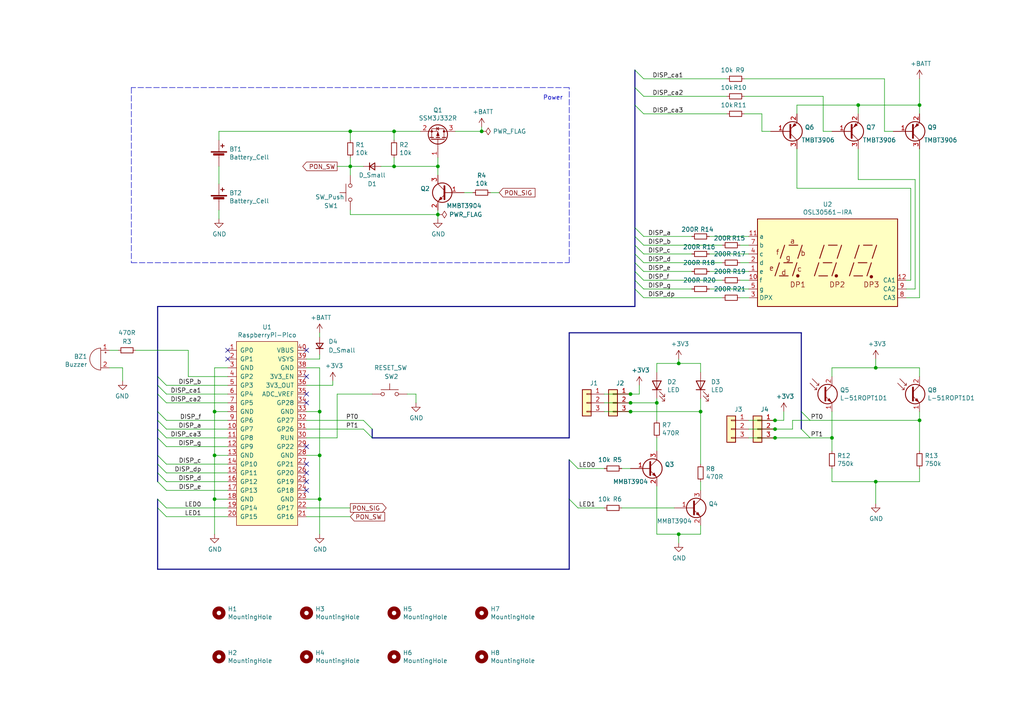
<source format=kicad_sch>
(kicad_sch (version 20231120) (generator "eeschema") (generator_version "8.0")
  (paper "A4")
  (lib_symbols
    (symbol "Device:D_Small" (pin_numbers hide) (pin_names (offset 0.254) hide)
      (property "Reference" "D" (at -1.27 2.032 0))
      (property "Value" "D_Small" (at -3.81 -2.032 0))
      (symbol "D_Small_0_1"
        (polyline (pts (xy -0.762 -1.016) (xy -0.762 1.016)) (stroke (width 0.254)))
        (polyline (pts (xy -0.762 0) (xy 0.762 0)))
        (polyline (pts (xy 0.762 -1.016) (xy -0.762 0) (xy 0.762 1.016) (xy 0.762 -1.016)) (stroke (width 0.254)))
      )
      (symbol "D_Small_1_1"
        (pin passive line (at -2.54 0 0) (length 1.778) (name "K") (number "1"))
        (pin passive line (at 2.54 0 180) (length 1.778) (name "A") (number "2"))
      )
    )
    (symbol "Device:R_Small" (pin_numbers hide) (pin_names (offset 0.254) hide)
      (property "Reference" "R" (at 0.762 0.508 0))
      (property "Value" "R_Small" (at 0.762 -1.016 0))
      (symbol "R_Small_0_1"
        (rectangle (start -0.762 1.778) (end 0.762 -1.778) (stroke (width 0.2032)))
      )
      (symbol "R_Small_1_1"
        (pin passive line (at 0 2.54 270) (length 0.762) (name "~") (number "1"))
        (pin passive line (at 0 -2.54 90) (length 0.762) (name "~") (number "2"))
      )
    )
    (symbol "speedometer-rescue:+3V3-power" (power) (pin_names (offset 0))
      (property "Value" "+3V3-power" (at 0 3.556 0))
      (symbol "+3V3-power_0_1"
        (polyline (pts (xy -0.762 1.27) (xy 0 2.54)))
        (polyline (pts (xy 0 0) (xy 0 2.54)))
        (polyline (pts (xy 0 2.54) (xy 0.762 1.27)))
      )
      (symbol "+3V3-power_1_1"
        (pin power_in line (at 0 0 90) (length 0) hide (name "+3V3") (number "1"))
      )
    )
    (symbol "speedometer-rescue:+BATT-power" (power) (pin_names (offset 0))
      (property "Value" "+BATT-power" (at 0 3.556 0))
      (symbol "+BATT-power_0_1"
        (polyline (pts (xy -0.762 1.27) (xy 0 2.54)))
        (polyline (pts (xy 0 0) (xy 0 2.54)))
        (polyline (pts (xy 0 2.54) (xy 0.762 1.27)))
      )
      (symbol "+BATT-power_1_1"
        (pin power_in line (at 0 0 90) (length 0) hide (name "+BATT") (number "1"))
      )
    )
    (symbol "speedometer-rescue:Battery_Cell-Device" (pin_numbers hide) (pin_names (offset 0) hide)
      (property "Reference" "BT" (at 2.54 2.54 0))
      (property "Value" "Battery_Cell-Device" (at 2.54 0 0))
      (symbol "Battery_Cell-Device_0_1"
        (rectangle (start -2.286 1.778) (end 2.286 1.524) (fill (type outline)))
        (rectangle (start -1.5748 1.1938) (end 1.4732 0.6858) (fill (type outline)))
        (polyline (pts (xy 0 0.762) (xy 0 0)))
        (polyline (pts (xy 0 1.778) (xy 0 2.54)))
        (polyline (pts (xy 0.508 3.429) (xy 1.524 3.429)) (stroke (width 0.254)))
        (polyline (pts (xy 1.016 3.937) (xy 1.016 2.921)) (stroke (width 0.254)))
      )
      (symbol "Battery_Cell-Device_1_1"
        (pin passive line (at 0 5.08 270) (length 2.54) (name "+") (number "1"))
        (pin passive line (at 0 -2.54 90) (length 2.54) (name "-") (number "2"))
      )
    )
    (symbol "speedometer-rescue:Buzzer-Device" (pin_names (offset 0.0254) hide)
      (property "Reference" "BZ" (at 3.81 1.27 0))
      (property "Value" "Buzzer-Device" (at 3.81 -1.27 0))
      (symbol "Buzzer-Device_0_1"
        (arc (start 0 -3.175) (mid 3.175 0) (end 0 3.175))
        (polyline (pts (xy -1.651 1.905) (xy -1.143 1.905)))
        (polyline (pts (xy -1.397 2.159) (xy -1.397 1.651)))
        (polyline (pts (xy 0 3.175) (xy 0 -3.175)))
      )
      (symbol "Buzzer-Device_1_1"
        (pin passive line (at -2.54 2.54 0) (length 2.54) (name "-") (number "1"))
        (pin passive line (at -2.54 -2.54 0) (length 2.54) (name "+") (number "2"))
      )
    )
    (symbol "speedometer-rescue:Conn_01x03-Connector_Generic" (pin_names (offset 1.016) hide)
      (property "Reference" "J" (at 0 5.08 0))
      (property "Value" "Conn_01x03-Connector_Generic" (at 0 -5.08 0))
      (symbol "Conn_01x03-Connector_Generic_1_1"
        (rectangle (start -1.27 -2.413) (end 0 -2.667) (stroke (width 0.1524)))
        (rectangle (start -1.27 0.127) (end 0 -0.127) (stroke (width 0.1524)))
        (rectangle (start -1.27 2.667) (end 0 2.413) (stroke (width 0.1524)))
        (rectangle (start -1.27 3.81) (end 1.27 -3.81) (stroke (width 0.254)) (fill (type background)))
        (pin passive line (at -5.08 2.54 0) (length 3.81) (name "Pin_1") (number "1"))
        (pin passive line (at -5.08 0 0) (length 3.81) (name "Pin_2") (number "2"))
        (pin passive line (at -5.08 -2.54 0) (length 3.81) (name "Pin_3") (number "3"))
      )
    )
    (symbol "speedometer-rescue:D_Small-Device" (pin_numbers hide) (pin_names (offset 0.254) hide)
      (property "Reference" "D" (at -1.27 2.032 0))
      (property "Value" "D_Small-Device" (at -3.81 -2.032 0))
      (symbol "D_Small-Device_0_1"
        (polyline (pts (xy -0.762 -1.016) (xy -0.762 1.016)) (stroke (width 0.254)))
        (polyline (pts (xy -0.762 0) (xy 0.762 0)))
        (polyline (pts (xy 0.762 -1.016) (xy -0.762 0) (xy 0.762 1.016) (xy 0.762 -1.016)) (stroke (width 0.254)))
      )
      (symbol "D_Small-Device_1_1"
        (pin passive line (at -2.54 0 0) (length 1.778) (name "K") (number "1"))
        (pin passive line (at 2.54 0 180) (length 1.778) (name "A") (number "2"))
      )
    )
    (symbol "speedometer-rescue:GND-power" (power) (pin_names (offset 0))
      (property "Value" "GND-power" (at 0 -3.81 0))
      (symbol "GND-power_0_1"
        (polyline (pts (xy 0 0) (xy 0 -1.27) (xy 1.27 -1.27) (xy 0 -2.54) (xy -1.27 -1.27) (xy 0 -1.27)))
      )
      (symbol "GND-power_1_1"
        (pin power_in line (at 0 0 270) (length 0) hide (name "GND") (number "1"))
      )
    )
    (symbol "speedometer-rescue:LED-Device" (pin_numbers hide) (pin_names (offset 1.016) hide)
      (property "Reference" "D" (at 0 2.54 0))
      (property "Value" "LED-Device" (at 0 -2.54 0))
      (symbol "LED-Device_0_1"
        (polyline (pts (xy -1.27 -1.27) (xy -1.27 1.27)) (stroke (width 0.254)))
        (polyline (pts (xy -1.27 0) (xy 1.27 0)))
        (polyline (pts (xy 1.27 -1.27) (xy 1.27 1.27) (xy -1.27 0) (xy 1.27 -1.27)) (stroke (width 0.254)))
        (polyline (pts (xy -3.048 -0.762) (xy -4.572 -2.286) (xy -3.81 -2.286) (xy -4.572 -2.286) (xy -4.572 -1.524)))
        (polyline (pts (xy -1.778 -0.762) (xy -3.302 -2.286) (xy -2.54 -2.286) (xy -3.302 -2.286) (xy -3.302 -1.524)))
      )
      (symbol "LED-Device_1_1"
        (pin passive line (at -3.81 0 0) (length 2.54) (name "K") (number "1"))
        (pin passive line (at 3.81 0 180) (length 2.54) (name "A") (number "2"))
      )
    )
    (symbol "speedometer-rescue:MountingHole-Mechanical" (pin_names (offset 1.016))
      (property "Reference" "H" (at 0 5.08 0))
      (property "Value" "MountingHole-Mechanical" (at 0 3.175 0))
      (symbol "MountingHole-Mechanical_0_1"
        (circle (center 0 0) (radius 1.27) (stroke (width 1.27)))
      )
    )
    (symbol "speedometer-rescue:PWR_FLAG-power" (power) (pin_numbers hide) (pin_names (offset 0) hide)
      (property "Value" "PWR_FLAG-power" (at 0 3.81 0))
      (symbol "PWR_FLAG-power_0_0"
        (pin power_out line (at 0 0 90) (length 0) (name "pwr") (number "1"))
      )
      (symbol "PWR_FLAG-power_0_1"
        (polyline (pts (xy 0 0) (xy 0 1.27) (xy -1.016 1.905) (xy 0 2.54) (xy 1.016 1.905) (xy 0 1.27)))
      )
    )
    (symbol "speedometer-rescue:Q_NPN_BEC-Device" (pin_names (offset 0) hide)
      (property "Reference" "Q" (at 5.08 1.27 0))
      (property "Value" "Q_NPN_BEC-Device" (at 5.08 -1.27 0))
      (symbol "Q_NPN_BEC-Device_0_1"
        (polyline (pts (xy 0.635 0.635) (xy 2.54 2.54)))
        (polyline (pts (xy 0.635 -0.635) (xy 2.54 -2.54) (xy 2.54 -2.54)))
        (polyline (pts (xy 0.635 1.905) (xy 0.635 -1.905) (xy 0.635 -1.905)) (stroke (width 0.508)))
        (polyline (pts (xy 1.27 -1.778) (xy 1.778 -1.27) (xy 2.286 -2.286) (xy 1.27 -1.778) (xy 1.27 -1.778)) (fill (type outline)))
        (circle (center 1.27 0) (radius 2.8194) (stroke (width 0.254)))
      )
      (symbol "Q_NPN_BEC-Device_1_1"
        (pin input line (at -5.08 0 0) (length 5.715) (name "B") (number "1"))
        (pin passive line (at 2.54 -5.08 90) (length 2.54) (name "E") (number "2"))
        (pin passive line (at 2.54 5.08 270) (length 2.54) (name "C") (number "3"))
      )
    )
    (symbol "speedometer-rescue:Q_PMOS_GSD-Device" (pin_names (offset 0) hide)
      (property "Reference" "Q" (at 5.08 1.27 0))
      (property "Value" "Q_PMOS_GSD-Device" (at 5.08 -1.27 0))
      (symbol "Q_PMOS_GSD-Device_0_1"
        (polyline (pts (xy 0.254 0) (xy -2.54 0)))
        (polyline (pts (xy 0.254 1.905) (xy 0.254 -1.905)) (stroke (width 0.254)))
        (polyline (pts (xy 0.762 -1.27) (xy 0.762 -2.286)) (stroke (width 0.254)))
        (polyline (pts (xy 0.762 0.508) (xy 0.762 -0.508)) (stroke (width 0.254)))
        (polyline (pts (xy 0.762 2.286) (xy 0.762 1.27)) (stroke (width 0.254)))
        (polyline (pts (xy 2.54 2.54) (xy 2.54 1.778)))
        (polyline (pts (xy 2.54 -2.54) (xy 2.54 0) (xy 0.762 0)))
        (polyline (pts (xy 0.762 1.778) (xy 3.302 1.778) (xy 3.302 -1.778) (xy 0.762 -1.778)))
        (polyline (pts (xy 2.286 0) (xy 1.27 0.381) (xy 1.27 -0.381) (xy 2.286 0)) (fill (type outline)))
        (polyline (pts (xy 2.794 -0.508) (xy 2.921 -0.381) (xy 3.683 -0.381) (xy 3.81 -0.254)))
        (polyline (pts (xy 3.302 -0.381) (xy 2.921 0.254) (xy 3.683 0.254) (xy 3.302 -0.381)))
        (circle (center 1.651 0) (radius 2.794) (stroke (width 0.254)))
        (circle (center 2.54 -1.778) (radius 0.254) (fill (type outline)))
        (circle (center 2.54 1.778) (radius 0.254) (fill (type outline)))
      )
      (symbol "Q_PMOS_GSD-Device_1_1"
        (pin input line (at -5.08 0 0) (length 2.54) (name "G") (number "1"))
        (pin passive line (at 2.54 -5.08 90) (length 2.54) (name "S") (number "2"))
        (pin passive line (at 2.54 5.08 270) (length 2.54) (name "D") (number "3"))
      )
    )
    (symbol "speedometer-rescue:Q_PNP_BEC-Device" (pin_names (offset 0) hide)
      (property "Reference" "Q" (at 5.08 1.27 0))
      (property "Value" "Q_PNP_BEC-Device" (at 5.08 -1.27 0))
      (symbol "Q_PNP_BEC-Device_0_1"
        (polyline (pts (xy 0.635 0.635) (xy 2.54 2.54)))
        (polyline (pts (xy 0.635 -0.635) (xy 2.54 -2.54) (xy 2.54 -2.54)))
        (polyline (pts (xy 0.635 1.905) (xy 0.635 -1.905) (xy 0.635 -1.905)) (stroke (width 0.508)))
        (polyline (pts (xy 2.286 -1.778) (xy 1.778 -2.286) (xy 1.27 -1.27) (xy 2.286 -1.778) (xy 2.286 -1.778)) (fill (type outline)))
        (circle (center 1.27 0) (radius 2.8194) (stroke (width 0.254)))
      )
      (symbol "Q_PNP_BEC-Device_1_1"
        (pin input line (at -5.08 0 0) (length 5.715) (name "B") (number "1"))
        (pin passive line (at 2.54 -5.08 90) (length 2.54) (name "E") (number "2"))
        (pin passive line (at 2.54 5.08 270) (length 2.54) (name "C") (number "3"))
      )
    )
    (symbol "speedometer-rescue:Q_Photo_NPN_EC-Device" (pin_names (offset 0) hide)
      (property "Reference" "Q" (at 5.08 1.27 0))
      (property "Value" "Q_Photo_NPN_EC-Device" (at 5.08 -1.27 0))
      (symbol "Q_Photo_NPN_EC-Device_0_1"
        (polyline (pts (xy -1.905 1.27) (xy -2.54 1.27)))
        (polyline (pts (xy -1.27 2.54) (xy -1.905 2.54)))
        (polyline (pts (xy 0.635 0.635) (xy 2.54 2.54)))
        (polyline (pts (xy -3.81 3.175) (xy -1.905 1.27) (xy -1.905 1.905)))
        (polyline (pts (xy -3.175 4.445) (xy -1.27 2.54) (xy -1.27 3.175)))
        (polyline (pts (xy 0.635 -0.635) (xy 2.54 -2.54) (xy 2.54 -2.54)))
        (polyline (pts (xy 0.635 1.905) (xy 0.635 -1.905) (xy 0.635 -1.905)) (stroke (width 0.508)))
        (polyline (pts (xy 1.27 -1.778) (xy 1.778 -1.27) (xy 2.286 -2.286) (xy 1.27 -1.778) (xy 1.27 -1.778)) (fill (type outline)))
        (circle (center 1.27 0) (radius 2.8194) (stroke (width 0.254)))
      )
      (symbol "Q_Photo_NPN_EC-Device_1_1"
        (pin passive line (at 2.54 -5.08 90) (length 2.54) (name "E") (number "1"))
        (pin passive line (at 2.54 5.08 270) (length 2.54) (name "C") (number "2"))
      )
    )
    (symbol "speedometer-rescue:R_Small-Device" (pin_numbers hide) (pin_names (offset 0.254) hide)
      (property "Reference" "R" (at 0.762 0.508 0))
      (property "Value" "R_Small-Device" (at 0.762 -1.016 0))
      (symbol "R_Small-Device_0_1"
        (rectangle (start -0.762 1.778) (end 0.762 -1.778) (stroke (width 0.2032)))
      )
      (symbol "R_Small-Device_1_1"
        (pin passive line (at 0 2.54 270) (length 0.762) (name "~") (number "1"))
        (pin passive line (at 0 -2.54 90) (length 0.762) (name "~") (number "2"))
      )
    )
    (symbol "speedometer-rescue:SW_Push-Switch" (pin_numbers hide) (pin_names (offset 1.016) hide)
      (property "Reference" "SW" (at 1.27 2.54 0))
      (property "Value" "SW_Push-Switch" (at 0 -1.524 0))
      (symbol "SW_Push-Switch_0_1"
        (circle (center -2.032 0) (radius 0.508))
        (polyline (pts (xy 0 1.27) (xy 0 3.048)))
        (polyline (pts (xy 2.54 1.27) (xy -2.54 1.27)))
        (circle (center 2.032 0) (radius 0.508))
        (pin passive line (at -5.08 0 0) (length 2.54) (name "1") (number "1"))
        (pin passive line (at 5.08 0 180) (length 2.54) (name "2") (number "2"))
      )
    )
    (symbol "symbol:OSL30561-IRA"
      (property "Reference" "U" (at -24.13 13.97 0))
      (property "Value" "OSL30561-IRA" (at 8.89 13.97 0))
      (symbol "OSL30561-IRA_0_0"
        (rectangle (start -25.4 12.7) (end 15.24 -12.7) (stroke (width 0.254)) (fill (type background)))
        (polyline (pts (xy -20.32 -3.81) (xy -19.05 0)) (stroke (width 0.254)))
        (polyline (pts (xy -19.05 -3.81) (xy -16.51 -3.81)) (stroke (width 0.254)))
        (polyline (pts (xy -18.796 1.27) (xy -17.526 5.08)) (stroke (width 0.254)))
        (polyline (pts (xy -17.78 0) (xy -15.24 0)) (stroke (width 0.254)))
        (polyline (pts (xy -16.256 5.08) (xy -13.716 5.08)) (stroke (width 0.254)))
        (polyline (pts (xy -15.24 -3.81) (xy -13.97 0)) (stroke (width 0.254)))
        (polyline (pts (xy -13.716 1.27) (xy -12.446 5.08)) (stroke (width 0.254)))
        (polyline (pts (xy -8.89 -3.81) (xy -7.62 0)) (stroke (width 0.254)))
        (polyline (pts (xy -7.62 -3.81) (xy -5.08 -3.81)) (stroke (width 0.254)))
        (polyline (pts (xy -7.366 1.27) (xy -6.096 5.08)) (stroke (width 0.254)))
        (polyline (pts (xy -6.35 0) (xy -3.81 0)) (stroke (width 0.254)))
        (polyline (pts (xy -4.826 5.08) (xy -2.286 5.08)) (stroke (width 0.254)))
        (polyline (pts (xy -3.81 -3.81) (xy -2.54 0)) (stroke (width 0.254)))
        (polyline (pts (xy -2.286 1.27) (xy -1.016 5.08)) (stroke (width 0.254)))
        (polyline (pts (xy 1.27 -3.81) (xy 2.54 0)) (stroke (width 0.254)))
        (polyline (pts (xy 2.54 -3.81) (xy 5.08 -3.81)) (stroke (width 0.254)))
        (polyline (pts (xy 2.794 1.27) (xy 4.064 5.08)) (stroke (width 0.254)))
        (polyline (pts (xy 3.81 0) (xy 6.35 0)) (stroke (width 0.254)))
        (polyline (pts (xy 5.334 5.08) (xy 7.874 5.08)) (stroke (width 0.254)))
        (polyline (pts (xy 6.35 -3.81) (xy 7.62 0)) (stroke (width 0.254)))
        (polyline (pts (xy 7.874 1.27) (xy 9.144 5.08)) (stroke (width 0.254)))
        (text "a" (at -15.24 6.35 0) (effects (font (size 1.524 1.524))))
        (text "b" (at -12.192 2.794 0) (effects (font (size 1.524 1.524))))
        (text "c" (at -13.208 -1.778 0) (effects (font (size 1.524 1.524))))
        (text "d" (at -17.78 -2.794 0) (effects (font (size 1.524 1.524))))
        (text "DP1" (at -13.716 -6.35 0) (effects (font (size 1.524 1.524))))
        (text "DP2" (at -2.286 -6.35 0) (effects (font (size 1.524 1.524))))
        (text "DP3" (at 7.62 -6.35 0) (effects (font (size 1.524 1.524))))
        (text "e" (at -21.336 -1.524 0) (effects (font (size 1.524 1.524))))
        (text "f" (at -19.558 3.048 0) (effects (font (size 1.524 1.524))))
        (text "g" (at -16.51 1.524 0) (effects (font (size 1.524 1.524))))
      )
      (symbol "OSL30561-IRA_0_1"
        (circle (center -13.716 -3.81) (radius 0.3556) (stroke (width 0.254)) (fill (type outline)))
        (circle (center -2.54 -3.81) (radius 0.3556) (stroke (width 0.254)) (fill (type outline)))
      )
      (symbol "OSL30561-IRA_1_0"
        (circle (center 7.62 -4.064) (radius 0.3556) (stroke (width 0.254)) (fill (type outline)))
      )
      (symbol "OSL30561-IRA_1_1"
        (pin input line (at -27.94 -2.54 0) (length 2.54) (name "e") (number "1"))
        (pin input line (at -27.94 -5.08 0) (length 2.54) (name "f") (number "10"))
        (pin input line (at -27.94 7.62 0) (length 2.54) (name "a") (number "11"))
        (pin input line (at 17.78 -5.08 180) (length 2.54) (name "CA1") (number "12"))
        (pin input line (at -27.94 0 0) (length 2.54) (name "d") (number "2"))
        (pin input line (at -27.94 -10.16 0) (length 2.54) (name "DPX") (number "3"))
        (pin input line (at -27.94 2.54 0) (length 2.54) (name "c") (number "4"))
        (pin input line (at -27.94 -7.62 0) (length 2.54) (name "g") (number "5"))
        (pin input line (at -27.94 5.08 0) (length 2.54) (name "b") (number "7"))
        (pin input line (at 17.78 -10.16 180) (length 2.54) (name "CA3") (number "8"))
        (pin input line (at 17.78 -7.62 180) (length 2.54) (name "CA2") (number "9"))
      )
    )
    (symbol "symbol:RaspberryPi-Pico" (pin_names (offset 1.016))
      (property "Reference" "U" (at 0 -30.48 0))
      (property "Value" "RaspberryPi-Pico" (at 0 -27.94 0))
      (symbol "RaspberryPi-Pico_0_1"
        (rectangle (start -8.89 26.67) (end 8.89 -26.67) (fill (type background)))
      )
      (symbol "RaspberryPi-Pico_1_1"
        (pin passive line (at -11.43 24.13 0) (length 2.54) (name "GP0") (number "1"))
        (pin passive line (at -11.43 1.27 0) (length 2.54) (name "GP7") (number "10"))
        (pin passive line (at -11.43 -1.27 0) (length 2.54) (name "GP8") (number "11"))
        (pin passive line (at -11.43 -3.81 0) (length 2.54) (name "GP9") (number "12"))
        (pin power_in line (at -11.43 -6.35 0) (length 2.54) (name "GND") (number "13"))
        (pin passive line (at -11.43 -8.89 0) (length 2.54) (name "GP10") (number "14"))
        (pin passive line (at -11.43 -11.43 0) (length 2.54) (name "GP11") (number "15"))
        (pin passive line (at -11.43 -13.97 0) (length 2.54) (name "GP12") (number "16"))
        (pin passive line (at -11.43 -16.51 0) (length 2.54) (name "GP13") (number "17"))
        (pin power_in line (at -11.43 -19.05 0) (length 2.54) (name "GND") (number "18"))
        (pin passive line (at -11.43 -21.59 0) (length 2.54) (name "GP14") (number "19"))
        (pin passive line (at -11.43 21.59 0) (length 2.54) (name "GP1") (number "2"))
        (pin passive line (at -11.43 -24.13 0) (length 2.54) (name "GP15") (number "20"))
        (pin passive line (at 11.43 -24.13 180) (length 2.54) (name "GP16") (number "21"))
        (pin passive line (at 11.43 -21.59 180) (length 2.54) (name "GP17") (number "22"))
        (pin power_in line (at 11.43 -19.05 180) (length 2.54) (name "GND") (number "23"))
        (pin passive line (at 11.43 -16.51 180) (length 2.54) (name "GP18") (number "24"))
        (pin passive line (at 11.43 -13.97 180) (length 2.54) (name "GP19") (number "25"))
        (pin passive line (at 11.43 -11.43 180) (length 2.54) (name "GP20") (number "26"))
        (pin passive line (at 11.43 -8.89 180) (length 2.54) (name "GP21") (number "27"))
        (pin passive line (at 11.43 -6.35 180) (length 2.54) (name "GND") (number "28"))
        (pin passive line (at 11.43 -3.81 180) (length 2.54) (name "GP22") (number "29"))
        (pin power_in line (at -11.43 19.05 0) (length 2.54) (name "GND") (number "3"))
        (pin passive line (at 11.43 -1.27 180) (length 2.54) (name "RUN") (number "30"))
        (pin passive line (at 11.43 1.27 180) (length 2.54) (name "GP26") (number "31"))
        (pin passive line (at 11.43 3.81 180) (length 2.54) (name "GP27") (number "32"))
        (pin power_in line (at 11.43 6.35 180) (length 2.54) (name "GND") (number "33"))
        (pin passive line (at 11.43 8.89 180) (length 2.54) (name "GP28") (number "34"))
        (pin passive line (at 11.43 11.43 180) (length 2.54) (name "ADC_VREF") (number "35"))
        (pin power_out line (at 11.43 13.97 180) (length 2.54) (name "3V3_OUT") (number "36"))
        (pin passive line (at 11.43 16.51 180) (length 2.54) (name "3V3_EN") (number "37"))
        (pin power_in line (at 11.43 19.05 180) (length 2.54) (name "GND") (number "38"))
        (pin passive line (at 11.43 21.59 180) (length 2.54) (name "VSYS") (number "39"))
        (pin passive line (at -11.43 16.51 0) (length 2.54) (name "GP2") (number "4"))
        (pin passive line (at 11.43 24.13 180) (length 2.54) (name "VBUS") (number "40"))
        (pin passive line (at -11.43 13.97 0) (length 2.54) (name "GP3") (number "5"))
        (pin passive line (at -11.43 11.43 0) (length 2.54) (name "GP4") (number "6"))
        (pin passive line (at -11.43 8.89 0) (length 2.54) (name "GP5") (number "7"))
        (pin power_in line (at -11.43 6.35 0) (length 2.54) (name "GND") (number "8"))
        (pin passive line (at -11.43 3.81 0) (length 2.54) (name "GP6") (number "9"))
      )
    )
  )
  (junction (at 62.23 132.08))
  (junction (at 182.88 116.84))
  (junction (at 92.71 132.08))
  (junction (at 266.7 30.48))
  (junction (at 62.23 119.38))
  (junction (at 254 106.68))
  (junction (at 182.88 114.3))
  (junction (at 127 62.23))
  (junction (at 224.79 121.92))
  (junction (at 101.6 38.1))
  (junction (at 190.5 116.84))
  (junction (at 224.79 127))
  (junction (at 248.92 30.48))
  (junction (at 196.85 154.94))
  (junction (at 203.2 119.38))
  (junction (at 254 139.7))
  (junction (at 224.79 124.46))
  (junction (at 114.3 38.1))
  (junction (at 92.71 144.78))
  (junction (at 62.23 144.78))
  (junction (at 114.3 48.26))
  (junction (at 241.3 127))
  (junction (at 182.88 119.38))
  (junction (at 92.71 119.38))
  (junction (at 127 48.26))
  (junction (at 139.7 38.1))
  (junction (at 266.7 121.92))
  (junction (at 101.6 48.26))
  (junction (at 196.85 105.41))
  (no_connect (at 88.9 139.7))
  (no_connect (at 88.9 109.22))
  (no_connect (at 66.04 101.6))
  (no_connect (at 88.9 101.6))
  (no_connect (at 66.04 104.14))
  (no_connect (at 88.9 137.16))
  (no_connect (at 88.9 134.62))
  (no_connect (at 88.9 114.3))
  (no_connect (at 88.9 116.84))
  (no_connect (at 88.9 142.24))
  (no_connect (at 88.9 129.54))
  (bus_entry (at 165.1 133.35) (size 2.54 2.54))
  (bus_entry (at 184.15 30.48) (size 2.54 2.54))
  (bus_entry (at 184.15 20.32) (size 2.54 2.54))
  (bus_entry (at 45.72 109.22) (size 2.54 2.54))
  (bus_entry (at 184.15 78.74) (size 2.54 2.54))
  (bus_entry (at 184.15 25.4) (size 2.54 2.54))
  (bus_entry (at 105.41 124.46) (size 2.54 2.54))
  (bus_entry (at 232.41 119.38) (size 2.54 2.54))
  (bus_entry (at 45.72 147.32) (size 2.54 2.54))
  (bus_entry (at 232.41 124.46) (size 2.54 2.54))
  (bus_entry (at 45.72 132.08) (size 2.54 2.54))
  (bus_entry (at 184.15 81.28) (size 2.54 2.54))
  (bus_entry (at 45.72 114.3) (size 2.54 2.54))
  (bus_entry (at 45.72 119.38) (size 2.54 2.54))
  (bus_entry (at 45.72 127) (size 2.54 2.54))
  (bus_entry (at 184.15 83.82) (size 2.54 2.54))
  (bus_entry (at 184.15 73.66) (size 2.54 2.54))
  (bus_entry (at 45.72 111.76) (size 2.54 2.54))
  (bus_entry (at 184.15 66.04) (size 2.54 2.54))
  (bus_entry (at 105.41 121.92) (size 2.54 2.54))
  (bus_entry (at 184.15 71.12) (size 2.54 2.54))
  (bus_entry (at 45.72 144.78) (size 2.54 2.54))
  (bus_entry (at 184.15 76.2) (size 2.54 2.54))
  (bus_entry (at 184.15 68.58) (size 2.54 2.54))
  (bus_entry (at 45.72 139.7) (size 2.54 2.54))
  (bus_entry (at 45.72 134.62) (size 2.54 2.54))
  (bus_entry (at 45.72 121.92) (size 2.54 2.54))
  (bus_entry (at 45.72 137.16) (size 2.54 2.54))
  (bus_entry (at 165.1 144.78) (size 2.54 2.54))
  (bus_entry (at 45.72 124.46) (size 2.54 2.54))
  (wire (pts (xy 205.74 78.74) (xy 217.17 78.74)))
  (wire (pts (xy 266.7 30.48) (xy 266.7 33.02)))
  (wire (pts (xy 92.71 119.38) (xy 92.71 132.08)))
  (wire (pts (xy 97.79 127) (xy 97.79 114.3)))
  (wire (pts (xy 48.26 129.54) (xy 66.04 129.54)))
  (wire (pts (xy 101.6 147.32) (xy 88.9 147.32)))
  (wire (pts (xy 114.3 40.64) (xy 114.3 38.1)))
  (wire (pts (xy 139.7 36.83) (xy 139.7 38.1)))
  (wire (pts (xy 62.23 119.38) (xy 66.04 119.38)))
  (wire (pts (xy 101.6 62.23) (xy 127 62.23)))
  (wire (pts (xy 48.26 137.16) (xy 66.04 137.16)))
  (bus (pts (xy 45.72 147.32) (xy 45.72 165.1)))
  (wire (pts (xy 186.69 83.82) (xy 200.66 83.82)))
  (wire (pts (xy 110.49 48.26) (xy 114.3 48.26)))
  (wire (pts (xy 62.23 106.68) (xy 62.23 119.38)))
  (wire (pts (xy 227.33 119.38) (xy 227.33 121.92)))
  (wire (pts (xy 215.9 22.86) (xy 256.54 22.86)))
  (wire (pts (xy 229.87 121.92) (xy 234.95 121.92)))
  (wire (pts (xy 186.69 71.12) (xy 209.55 71.12)))
  (wire (pts (xy 48.26 134.62) (xy 66.04 134.62)))
  (wire (pts (xy 186.69 81.28) (xy 209.55 81.28)))
  (wire (pts (xy 231.14 30.48) (xy 231.14 33.02)))
  (wire (pts (xy 182.88 119.38) (xy 203.2 119.38)))
  (wire (pts (xy 215.9 27.94) (xy 238.76 27.94)))
  (bus (pts (xy 184.15 68.58) (xy 184.15 71.12)))
  (wire (pts (xy 214.63 81.28) (xy 217.17 81.28)))
  (wire (pts (xy 190.5 105.41) (xy 196.85 105.41)))
  (wire (pts (xy 92.71 96.52) (xy 92.71 97.79)))
  (wire (pts (xy 62.23 119.38) (xy 62.23 132.08)))
  (wire (pts (xy 205.74 73.66) (xy 217.17 73.66)))
  (wire (pts (xy 35.56 106.68) (xy 31.75 106.68)))
  (bus (pts (xy 45.72 109.22) (xy 45.72 111.76)))
  (wire (pts (xy 92.71 132.08) (xy 92.71 144.78)))
  (wire (pts (xy 35.56 110.49) (xy 35.56 106.68)))
  (bus (pts (xy 107.95 124.46) (xy 107.95 127)))
  (wire (pts (xy 231.14 43.18) (xy 231.14 54.61)))
  (wire (pts (xy 186.69 33.02) (xy 210.82 33.02)))
  (wire (pts (xy 92.71 119.38) (xy 88.9 119.38)))
  (wire (pts (xy 63.5 48.26) (xy 63.5 53.34)))
  (wire (pts (xy 92.71 106.68) (xy 92.71 119.38)))
  (wire (pts (xy 241.3 127) (xy 241.3 130.81)))
  (wire (pts (xy 96.52 111.76) (xy 88.9 111.76)))
  (wire (pts (xy 220.98 38.1) (xy 223.52 38.1)))
  (wire (pts (xy 118.11 114.3) (xy 120.65 114.3)))
  (wire (pts (xy 266.7 22.86) (xy 266.7 30.48)))
  (wire (pts (xy 63.5 60.96) (xy 63.5 63.5)))
  (bus (pts (xy 232.41 119.38) (xy 232.41 124.46)))
  (wire (pts (xy 101.6 45.72) (xy 101.6 48.26)))
  (wire (pts (xy 203.2 154.94) (xy 196.85 154.94)))
  (wire (pts (xy 48.26 149.86) (xy 66.04 149.86)))
  (wire (pts (xy 39.37 101.6) (xy 54.61 101.6)))
  (bus (pts (xy 184.15 73.66) (xy 184.15 76.2)))
  (wire (pts (xy 182.88 116.84) (xy 190.5 116.84)))
  (wire (pts (xy 266.7 43.18) (xy 266.7 86.36)))
  (bus (pts (xy 184.15 81.28) (xy 184.15 83.82)))
  (wire (pts (xy 238.76 27.94) (xy 238.76 38.1)))
  (wire (pts (xy 48.26 114.3) (xy 66.04 114.3)))
  (wire (pts (xy 92.71 144.78) (xy 92.71 154.94)))
  (wire (pts (xy 127 62.23) (xy 127 63.5)))
  (wire (pts (xy 186.69 78.74) (xy 200.66 78.74)))
  (polyline (pts (xy 38.1 25.4) (xy 38.1 76.2)) (stroke (width 0) (type dash)))
  (wire (pts (xy 241.3 106.68) (xy 241.3 109.22)))
  (wire (pts (xy 265.43 52.07) (xy 265.43 83.82)))
  (wire (pts (xy 190.5 116.84) (xy 190.5 121.92)))
  (bus (pts (xy 45.72 114.3) (xy 45.72 119.38)))
  (wire (pts (xy 256.54 38.1) (xy 259.08 38.1)))
  (wire (pts (xy 186.69 27.94) (xy 210.82 27.94)))
  (wire (pts (xy 88.9 121.92) (xy 105.41 121.92)))
  (wire (pts (xy 203.2 139.7) (xy 203.2 142.24)))
  (wire (pts (xy 217.17 121.92) (xy 224.79 121.92)))
  (wire (pts (xy 175.26 119.38) (xy 182.88 119.38)))
  (wire (pts (xy 97.79 114.3) (xy 107.95 114.3)))
  (wire (pts (xy 101.6 60.96) (xy 101.6 62.23)))
  (bus (pts (xy 184.15 20.32) (xy 184.15 25.4)))
  (wire (pts (xy 229.87 121.92) (xy 229.87 124.46)))
  (wire (pts (xy 217.17 127) (xy 224.79 127)))
  (wire (pts (xy 229.87 124.46) (xy 224.79 124.46)))
  (wire (pts (xy 205.74 68.58) (xy 217.17 68.58)))
  (wire (pts (xy 205.74 83.82) (xy 217.17 83.82)))
  (bus (pts (xy 45.72 144.78) (xy 45.72 147.32)))
  (wire (pts (xy 241.3 119.38) (xy 241.3 127)))
  (wire (pts (xy 186.69 86.36) (xy 209.55 86.36)))
  (wire (pts (xy 48.26 127) (xy 66.04 127)))
  (wire (pts (xy 120.65 114.3) (xy 120.65 116.84)))
  (wire (pts (xy 175.26 147.32) (xy 167.64 147.32)))
  (wire (pts (xy 254 104.14) (xy 254 106.68)))
  (wire (pts (xy 54.61 109.22) (xy 66.04 109.22)))
  (bus (pts (xy 45.72 134.62) (xy 45.72 137.16)))
  (wire (pts (xy 127 50.8) (xy 127 48.26)))
  (bus (pts (xy 232.41 96.52) (xy 232.41 119.38)))
  (bus (pts (xy 45.72 88.9) (xy 45.72 109.22)))
  (bus (pts (xy 184.15 71.12) (xy 184.15 73.66)))
  (wire (pts (xy 101.6 48.26) (xy 101.6 50.8)))
  (wire (pts (xy 101.6 38.1) (xy 114.3 38.1)))
  (wire (pts (xy 34.29 101.6) (xy 31.75 101.6)))
  (wire (pts (xy 254 139.7) (xy 266.7 139.7)))
  (wire (pts (xy 264.16 81.28) (xy 262.89 81.28)))
  (wire (pts (xy 97.79 48.26) (xy 101.6 48.26)))
  (wire (pts (xy 175.26 116.84) (xy 182.88 116.84)))
  (wire (pts (xy 196.85 105.41) (xy 203.2 105.41)))
  (bus (pts (xy 45.72 111.76) (xy 45.72 114.3)))
  (wire (pts (xy 180.34 135.89) (xy 182.88 135.89)))
  (wire (pts (xy 139.7 38.1) (xy 132.08 38.1)))
  (wire (pts (xy 127 48.26) (xy 127 45.72)))
  (bus (pts (xy 184.15 25.4) (xy 184.15 30.48)))
  (wire (pts (xy 266.7 106.68) (xy 266.7 109.22)))
  (bus (pts (xy 165.1 144.78) (xy 165.1 165.1)))
  (wire (pts (xy 144.78 55.88) (xy 142.24 55.88)))
  (wire (pts (xy 241.3 135.89) (xy 241.3 139.7)))
  (wire (pts (xy 185.42 114.3) (xy 182.88 114.3)))
  (wire (pts (xy 92.71 104.14) (xy 88.9 104.14)))
  (wire (pts (xy 62.23 144.78) (xy 66.04 144.78)))
  (wire (pts (xy 248.92 43.18) (xy 248.92 52.07)))
  (wire (pts (xy 48.26 142.24) (xy 66.04 142.24)))
  (wire (pts (xy 262.89 86.36) (xy 266.7 86.36)))
  (wire (pts (xy 101.6 40.64) (xy 101.6 38.1)))
  (wire (pts (xy 63.5 38.1) (xy 63.5 40.64)))
  (wire (pts (xy 62.23 132.08) (xy 66.04 132.08)))
  (wire (pts (xy 92.71 132.08) (xy 88.9 132.08)))
  (bus (pts (xy 184.15 83.82) (xy 184.15 88.9)))
  (wire (pts (xy 196.85 105.41) (xy 196.85 104.14)))
  (wire (pts (xy 180.34 147.32) (xy 195.58 147.32)))
  (wire (pts (xy 186.69 22.86) (xy 210.82 22.86)))
  (wire (pts (xy 62.23 144.78) (xy 62.23 154.94)))
  (wire (pts (xy 214.63 86.36) (xy 217.17 86.36)))
  (wire (pts (xy 248.92 30.48) (xy 248.92 33.02)))
  (bus (pts (xy 165.1 96.52) (xy 232.41 96.52)))
  (wire (pts (xy 190.5 154.94) (xy 190.5 140.97)))
  (wire (pts (xy 265.43 52.07) (xy 248.92 52.07)))
  (bus (pts (xy 45.72 137.16) (xy 45.72 139.7)))
  (wire (pts (xy 114.3 38.1) (xy 121.92 38.1)))
  (wire (pts (xy 63.5 38.1) (xy 101.6 38.1)))
  (wire (pts (xy 54.61 101.6) (xy 54.61 109.22)))
  (bus (pts (xy 184.15 78.74) (xy 184.15 81.28)))
  (bus (pts (xy 45.72 124.46) (xy 45.72 127)))
  (wire (pts (xy 238.76 38.1) (xy 241.3 38.1)))
  (polyline (pts (xy 38.1 76.2) (xy 165.1 76.2)) (stroke (width 0) (type dash)))
  (wire (pts (xy 96.52 110.49) (xy 96.52 111.76)))
  (wire (pts (xy 266.7 139.7) (xy 266.7 135.89)))
  (wire (pts (xy 241.3 139.7) (xy 254 139.7)))
  (wire (pts (xy 186.69 68.58) (xy 200.66 68.58)))
  (wire (pts (xy 88.9 127) (xy 97.79 127)))
  (wire (pts (xy 266.7 30.48) (xy 248.92 30.48)))
  (wire (pts (xy 217.17 124.46) (xy 224.79 124.46)))
  (wire (pts (xy 101.6 149.86) (xy 88.9 149.86)))
  (wire (pts (xy 220.98 33.02) (xy 220.98 38.1)))
  (wire (pts (xy 48.26 116.84) (xy 66.04 116.84)))
  (bus (pts (xy 165.1 133.35) (xy 165.1 144.78)))
  (wire (pts (xy 92.71 102.87) (xy 92.71 104.14)))
  (wire (pts (xy 190.5 107.95) (xy 190.5 105.41)))
  (polyline (pts (xy 165.1 25.4) (xy 38.1 25.4)) (stroke (width 0) (type dash)))
  (polyline (pts (xy 165.1 76.2) (xy 165.1 25.4)) (stroke (width 0) (type dash)))
  (wire (pts (xy 215.9 33.02) (xy 220.98 33.02)))
  (bus (pts (xy 184.15 76.2) (xy 184.15 78.74)))
  (wire (pts (xy 186.69 76.2) (xy 209.55 76.2)))
  (wire (pts (xy 62.23 132.08) (xy 62.23 144.78)))
  (wire (pts (xy 134.62 55.88) (xy 137.16 55.88)))
  (wire (pts (xy 105.41 48.26) (xy 101.6 48.26)))
  (wire (pts (xy 167.64 135.89) (xy 175.26 135.89)))
  (bus (pts (xy 184.15 30.48) (xy 184.15 66.04)))
  (bus (pts (xy 165.1 127) (xy 165.1 96.52)))
  (bus (pts (xy 184.15 66.04) (xy 184.15 68.58)))
  (wire (pts (xy 254 106.68) (xy 266.7 106.68)))
  (wire (pts (xy 254 139.7) (xy 254 146.05)))
  (wire (pts (xy 256.54 22.86) (xy 256.54 38.1)))
  (wire (pts (xy 185.42 111.76) (xy 185.42 114.3)))
  (wire (pts (xy 203.2 152.4) (xy 203.2 154.94)))
  (wire (pts (xy 224.79 127) (xy 234.95 127)))
  (wire (pts (xy 227.33 121.92) (xy 224.79 121.92)))
  (bus (pts (xy 107.95 127) (xy 165.1 127)))
  (wire (pts (xy 48.26 124.46) (xy 66.04 124.46)))
  (wire (pts (xy 48.26 139.7) (xy 66.04 139.7)))
  (wire (pts (xy 248.92 30.48) (xy 231.14 30.48)))
  (wire (pts (xy 254 106.68) (xy 241.3 106.68)))
  (wire (pts (xy 175.26 114.3) (xy 182.88 114.3)))
  (wire (pts (xy 114.3 48.26) (xy 127 48.26)))
  (wire (pts (xy 190.5 127) (xy 190.5 130.81)))
  (wire (pts (xy 203.2 105.41) (xy 203.2 107.95)))
  (wire (pts (xy 264.16 81.28) (xy 264.16 54.61)))
  (wire (pts (xy 48.26 147.32) (xy 66.04 147.32)))
  (wire (pts (xy 48.26 111.76) (xy 66.04 111.76)))
  (wire (pts (xy 214.63 76.2) (xy 217.17 76.2)))
  (wire (pts (xy 203.2 119.38) (xy 203.2 134.62)))
  (wire (pts (xy 127 62.23) (xy 127 60.96)))
  (bus (pts (xy 184.15 88.9) (xy 45.72 88.9)))
  (wire (pts (xy 66.04 106.68) (xy 62.23 106.68)))
  (bus (pts (xy 45.72 132.08) (xy 45.72 134.62)))
  (wire (pts (xy 190.5 115.57) (xy 190.5 116.84)))
  (bus (pts (xy 45.72 121.92) (xy 45.72 124.46)))
  (wire (pts (xy 262.89 83.82) (xy 265.43 83.82)))
  (wire (pts (xy 88.9 106.68) (xy 92.71 106.68)))
  (wire (pts (xy 88.9 124.46) (xy 105.41 124.46)))
  (wire (pts (xy 266.7 121.92) (xy 266.7 130.81)))
  (wire (pts (xy 266.7 119.38) (xy 266.7 121.92)))
  (wire (pts (xy 48.26 121.92) (xy 66.04 121.92)))
  (wire (pts (xy 92.71 144.78) (xy 88.9 144.78)))
  (bus (pts (xy 45.72 119.38) (xy 45.72 121.92)))
  (wire (pts (xy 234.95 121.92) (xy 266.7 121.92)))
  (wire (pts (xy 203.2 115.57) (xy 203.2 119.38)))
  (wire (pts (xy 234.95 127) (xy 241.3 127)))
  (wire (pts (xy 196.85 157.48) (xy 196.85 154.94)))
  (wire (pts (xy 186.69 73.66) (xy 200.66 73.66)))
  (bus (pts (xy 45.72 165.1) (xy 165.1 165.1)))
  (wire (pts (xy 214.63 71.12) (xy 217.17 71.12)))
  (bus (pts (xy 45.72 127) (xy 45.72 132.08)))
  (wire (pts (xy 114.3 48.26) (xy 114.3 45.72)))
  (wire (pts (xy 196.85 154.94) (xy 190.5 154.94)))
  (wire (pts (xy 231.14 54.61) (xy 264.16 54.61)))
  (text "Power" (at 157.48 29.21 0) (effects (font (size 1.27 1.27)) (justify left bottom)))
  (label "LED0" (at 172.72 135.89 180))
  (label "DISP_g" (at 58.42 129.54 180))
  (label "DISP_d" (at 58.42 139.7 180))
  (label "DISP_b" (at 58.42 111.76 180))
  (label "DISP_a" (at 58.42 124.46 180))
  (label "DISP_dp" (at 187.96 86.36 0))
  (label "DISP_ca2" (at 189.23 27.94 0))
  (label "DISP_dp" (at 58.42 137.16 180))
  (label "DISP_a" (at 187.96 68.58 0))
  (label "DISP_d" (at 187.96 76.2 0))
  (label "DISP_ca3" (at 58.42 127 180))
  (label "DISP_ca1" (at 189.23 22.86 0))
  (label "DISP_ca2" (at 58.42 116.84 180))
  (label "PT1" (at 238.76 127 180))
  (label "DISP_b" (at 187.96 71.12 0))
  (label "DISP_e" (at 187.96 78.74 0))
  (label "LED0" (at 58.42 147.32 180))
  (label "DISP_ca3" (at 189.23 33.02 0))
  (label "DISP_c" (at 58.42 134.62 180))
  (label "DISP_g" (at 187.96 83.82 0))
  (label "LED1" (at 172.72 147.32 180))
  (label "PT0" (at 100.33 121.92 0))
  (label "DISP_e" (at 58.42 142.24 180))
  (label "DISP_ca1" (at 58.42 114.3 180))
  (label "PT0" (at 238.76 121.92 180))
  (label "DISP_c" (at 187.96 73.66 0))
  (label "DISP_f" (at 187.96 81.28 0))
  (label "PT1" (at 100.33 124.46 0))
  (label "LED1" (at 58.42 149.86 180))
  (label "DISP_f" (at 58.42 121.92 180))
  (global_label "PON_SW" (shape input) (at 101.6 149.86 0) (property "Intersheetrefs" "${INTERSHEET_REFS}" (effects (hide yes))))
  (global_label "PON_SW" (shape output) (at 97.79 48.26 180) (property "Intersheetrefs" "${INTERSHEET_REFS}" (effects (hide yes))))
  (global_label "PON_SIG" (shape output) (at 101.6 147.32 0) (property "Intersheetrefs" "${INTERSHEET_REFS}" (effects (hide yes))))
  (global_label "PON_SIG" (shape input) (at 144.78 55.88 0) (property "Intersheetrefs" "${INTERSHEET_REFS}" (effects (hide yes))))
  (symbol (lib_id "symbol:RaspberryPi-Pico") (at 77.47 125.73 0) (unit 1)
    (property "Reference" "U1" (at 77.47 94.869 0))
    (property "Value" "RaspberryPi-Pico" (at 77.47 97.1804 0))
    (property "Footprint" "speedometer:RaspberryPi-Pico" (effects (hide yes)))
  )
  (symbol (lib_id "symbol:OSL30561-IRA") (at 245.11 76.2 0) (unit 1)
    (property "Reference" "U2" (at 240.03 59.2582 0))
    (property "Value" "OSL30561-IRA" (at 240.03 61.5696 0))
    (property "Footprint" "speedometer:OSL30561-IRA" (effects (hide yes)))
  )
  (symbol (lib_id "speedometer-rescue:Q_PNP_BEC-Device") (at 264.16 38.1 0) (mirror x) (unit 1)
    (property "Reference" "Q9" (at 268.986 36.9316 0) (effects (justify left)))
    (property "Value" "TMBT3906" (at 267.97 40.64 0) (effects (justify left)))
    (property "Footprint" "Package_TO_SOT_SMD:SOT-23" (effects (hide yes)))
  )
  (symbol (lib_id "speedometer-rescue:GND-power") (at 63.5 63.5 0) (unit 1)
    (property "Reference" "#PWR02" (effects (hide yes)))
    (property "Value" "GND" (at 63.627 67.8942 0))
  )
  (symbol (lib_id "speedometer-rescue:+BATT-power") (at 139.7 36.83 0) (unit 1)
    (property "Reference" "#PWR09" (effects (hide yes)))
    (property "Value" "+BATT" (at 140.081 32.4358 0))
  )
  (symbol (lib_id "speedometer-rescue:+BATT-power") (at 266.7 22.86 0) (unit 1)
    (property "Reference" "#PWR014" (effects (hide yes)))
    (property "Value" "+BATT" (at 267.081 18.4658 0))
  )
  (symbol (lib_id "speedometer-rescue:Q_PMOS_GSD-Device") (at 127 40.64 270) (mirror x) (unit 1)
    (property "Reference" "Q1" (at 127 31.9532 90))
    (property "Value" "SSM3J332R" (at 127 34.2646 90))
    (property "Footprint" "Package_TO_SOT_SMD:SOT-23" (effects (hide yes)))
  )
  (symbol (lib_id "speedometer-rescue:SW_Push-Switch") (at 101.6 55.88 90) (unit 1)
    (property "Reference" "SW1" (at 93.98 59.69 90) (effects (justify right)))
    (property "Value" "SW_Push" (at 91.44 57.15 90) (effects (justify right)))
    (property "Footprint" "Button_Switch_THT:SW_PUSH_6mm_H7.3mm" (effects (hide yes)))
  )
  (symbol (lib_id "speedometer-rescue:GND-power") (at 127 63.5 0) (unit 1)
    (property "Reference" "#PWR07" (effects (hide yes)))
    (property "Value" "GND" (at 127.127 67.8942 0))
  )
  (symbol (lib_id "speedometer-rescue:R_Small-Device") (at 101.6 43.18 0) (unit 1)
    (property "Reference" "R1" (at 103.0986 42.0116 0) (effects (justify left)))
    (property "Value" "10k" (at 103.0986 44.323 0) (effects (justify left)))
    (property "Footprint" "Resistor_SMD:R_0603_1608Metric" (effects (hide yes)))
  )
  (symbol (lib_id "speedometer-rescue:Q_NPN_BEC-Device") (at 129.54 55.88 0) (mirror y) (unit 1)
    (property "Reference" "Q2" (at 124.6886 54.7116 0) (effects (justify left)))
    (property "Value" "MMBT3904" (at 139.7 59.69 0) (effects (justify left)))
    (property "Footprint" "Package_TO_SOT_SMD:SOT-23" (effects (hide yes)))
  )
  (symbol (lib_id "speedometer-rescue:Q_PNP_BEC-Device") (at 246.38 38.1 0) (mirror x) (unit 1)
    (property "Reference" "Q7" (at 251.206 36.9316 0) (effects (justify left)))
    (property "Value" "TMBT3906" (at 250.19 40.64 0) (effects (justify left)))
    (property "Footprint" "Package_TO_SOT_SMD:SOT-23" (effects (hide yes)))
  )
  (symbol (lib_id "speedometer-rescue:Q_PNP_BEC-Device") (at 228.6 38.1 0) (mirror x) (unit 1)
    (property "Reference" "Q6" (at 233.426 36.9316 0) (effects (justify left)))
    (property "Value" "TMBT3906" (at 232.41 40.64 0) (effects (justify left)))
    (property "Footprint" "Package_TO_SOT_SMD:SOT-23" (effects (hide yes)))
  )
  (symbol (lib_id "speedometer-rescue:R_Small-Device") (at 139.7 55.88 270) (unit 1)
    (property "Reference" "R4" (at 139.7 50.9016 90))
    (property "Value" "10k" (at 139.7 53.213 90))
    (property "Footprint" "Resistor_SMD:R_0603_1608Metric" (effects (hide yes)))
  )
  (symbol (lib_id "speedometer-rescue:R_Small-Device") (at 114.3 43.18 0) (unit 1)
    (property "Reference" "R2" (at 115.7986 42.0116 0) (effects (justify left)))
    (property "Value" "10k" (at 115.7986 44.323 0) (effects (justify left)))
    (property "Footprint" "Resistor_SMD:R_0603_1608Metric" (effects (hide yes)))
  )
  (symbol (lib_id "speedometer-rescue:D_Small-Device") (at 107.95 48.26 0) (unit 1)
    (property "Reference" "D1" (at 107.95 53.34 0))
    (property "Value" "D_Small" (at 107.95 50.8 0))
    (property "Footprint" "Diode_SMD:D_SOD-123" (effects (hide yes)))
  )
  (symbol (lib_id "speedometer-rescue:GND-power") (at 62.23 154.94 0) (unit 1)
    (property "Reference" "#PWR01" (effects (hide yes)))
    (property "Value" "GND" (at 62.357 159.3342 0))
  )
  (symbol (lib_id "speedometer-rescue:GND-power") (at 92.71 154.94 0) (unit 1)
    (property "Reference" "#PWR04" (effects (hide yes)))
    (property "Value" "GND" (at 92.837 159.3342 0))
  )
  (symbol (lib_id "speedometer-rescue:+BATT-power") (at 92.71 96.52 0) (unit 1)
    (property "Reference" "#PWR03" (effects (hide yes)))
    (property "Value" "+BATT" (at 93.091 92.1258 0))
  )
  (symbol (lib_id "speedometer-rescue:+3V3-power") (at 96.52 110.49 0) (unit 1)
    (property "Reference" "#PWR05" (effects (hide yes)))
    (property "Value" "+3V3" (at 96.901 106.0958 0))
  )
  (symbol (lib_id "speedometer-rescue:LED-Device") (at 190.5 111.76 90) (unit 1)
    (property "Reference" "D2" (at 193.4972 110.7694 90) (effects (justify right)))
    (property "Value" "LED" (at 193.4972 113.0808 90) (effects (justify right)))
    (property "Footprint" "LED_THT:LED_D5.0mm_IRGrey" (effects (hide yes)))
  )
  (symbol (lib_id "speedometer-rescue:LED-Device") (at 203.2 111.76 90) (unit 1)
    (property "Reference" "D3" (at 206.1972 110.7694 90) (effects (justify right)))
    (property "Value" "LED" (at 206.1972 113.0808 90) (effects (justify right)))
    (property "Footprint" "LED_THT:LED_D5.0mm_IRGrey" (effects (hide yes)))
  )
  (symbol (lib_id "speedometer-rescue:Q_Photo_NPN_EC-Device") (at 238.76 114.3 0) (unit 1)
    (property "Reference" "Q5" (at 243.6114 113.1316 0) (effects (justify left)))
    (property "Value" "L-51ROPT1D1" (at 243.6114 115.443 0) (effects (justify left)))
    (property "Footprint" "LED_THT:LED_D5.0mm_IRBlack" (effects (hide yes)))
  )
  (symbol (lib_id "speedometer-rescue:Q_Photo_NPN_EC-Device") (at 264.16 114.3 0) (unit 1)
    (property "Reference" "Q8" (at 269.0114 113.1316 0) (effects (justify left)))
    (property "Value" "L-51ROPT1D1" (at 269.0114 115.443 0) (effects (justify left)))
    (property "Footprint" "LED_THT:LED_D5.0mm_IRBlack" (effects (hide yes)))
  )
  (symbol (lib_id "speedometer-rescue:R_Small-Device") (at 190.5 124.46 0) (unit 1)
    (property "Reference" "R7" (at 191.9986 123.2916 0) (effects (justify left)))
    (property "Value" "470R" (at 191.9986 125.603 0) (effects (justify left)))
    (property "Footprint" "Resistor_SMD:R_0603_1608Metric" (effects (hide yes)))
  )
  (symbol (lib_id "speedometer-rescue:R_Small-Device") (at 203.2 137.16 0) (unit 1)
    (property "Reference" "R8" (at 204.6986 135.9916 0) (effects (justify left)))
    (property "Value" "470R" (at 204.6986 138.303 0) (effects (justify left)))
    (property "Footprint" "Resistor_SMD:R_0603_1608Metric" (effects (hide yes)))
  )
  (symbol (lib_id "speedometer-rescue:Q_NPN_BEC-Device") (at 187.96 135.89 0) (unit 1)
    (property "Reference" "Q3" (at 192.8114 134.7216 0) (effects (justify left)))
    (property "Value" "MMBT3904" (at 177.8 139.7 0) (effects (justify left)))
    (property "Footprint" "Package_TO_SOT_SMD:SOT-23" (effects (hide yes)))
  )
  (symbol (lib_id "speedometer-rescue:Q_NPN_BEC-Device") (at 200.66 147.32 0) (unit 1)
    (property "Reference" "Q4" (at 205.5114 146.1516 0) (effects (justify left)))
    (property "Value" "MMBT3904" (at 190.5 151.13 0) (effects (justify left)))
    (property "Footprint" "Package_TO_SOT_SMD:SOT-23" (effects (hide yes)))
  )
  (symbol (lib_id "speedometer-rescue:GND-power") (at 196.85 157.48 0) (unit 1)
    (property "Reference" "#PWR011" (effects (hide yes)))
    (property "Value" "GND" (at 196.977 161.8742 0))
  )
  (symbol (lib_id "speedometer-rescue:R_Small-Device") (at 241.3 133.35 0) (unit 1)
    (property "Reference" "R12" (at 242.7986 132.1816 0) (effects (justify left)))
    (property "Value" "750k" (at 242.7986 134.493 0) (effects (justify left)))
    (property "Footprint" "Resistor_SMD:R_0603_1608Metric" (effects (hide yes)))
  )
  (symbol (lib_id "speedometer-rescue:R_Small-Device") (at 266.7 133.35 0) (unit 1)
    (property "Reference" "R13" (at 268.1986 132.1816 0) (effects (justify left)))
    (property "Value" "750k" (at 268.1986 134.493 0) (effects (justify left)))
    (property "Footprint" "Resistor_SMD:R_0603_1608Metric" (effects (hide yes)))
  )
  (symbol (lib_id "speedometer-rescue:GND-power") (at 254 146.05 0) (unit 1)
    (property "Reference" "#PWR013" (effects (hide yes)))
    (property "Value" "GND" (at 254.127 150.4442 0))
  )
  (symbol (lib_id "speedometer-rescue:+3V3-power") (at 196.85 104.14 0) (unit 1)
    (property "Reference" "#PWR010" (effects (hide yes)))
    (property "Value" "+3V3" (at 197.231 99.7458 0))
  )
  (symbol (lib_id "speedometer-rescue:+3V3-power") (at 254 104.14 0) (unit 1)
    (property "Reference" "#PWR012" (effects (hide yes)))
    (property "Value" "+3V3" (at 254.381 99.7458 0))
  )
  (symbol (lib_id "speedometer-rescue:Battery_Cell-Device") (at 63.5 45.72 0) (unit 1)
    (property "Reference" "BT1" (at 66.4972 43.2816 0) (effects (justify left)))
    (property "Value" "Battery_Cell" (at 66.4972 45.593 0) (effects (justify left)))
    (property "Footprint" "speedometer:AA-Battery" (effects (hide yes)))
  )
  (symbol (lib_id "speedometer-rescue:Battery_Cell-Device") (at 63.5 58.42 0) (unit 1)
    (property "Reference" "BT2" (at 66.4972 55.9816 0) (effects (justify left)))
    (property "Value" "Battery_Cell" (at 66.4972 58.293 0) (effects (justify left)))
    (property "Footprint" "speedometer:AA-Battery" (effects (hide yes)))
  )
  (symbol (lib_id "speedometer-rescue:R_Small-Device") (at 213.36 22.86 270) (unit 1)
    (property "Reference" "R9" (at 214.63 20.32 90))
    (property "Value" "10k" (at 210.82 20.32 90))
    (property "Footprint" "Resistor_SMD:R_0603_1608Metric" (effects (hide yes)))
  )
  (symbol (lib_id "speedometer-rescue:PWR_FLAG-power") (at 127 62.23 270) (unit 1)
    (property "Reference" "#FLG0101" (effects (hide yes)))
    (property "Value" "PWR_FLAG" (at 130.2512 62.23 90) (effects (justify left)))
  )
  (symbol (lib_id "speedometer-rescue:PWR_FLAG-power") (at 139.7 38.1 270) (unit 1)
    (property "Reference" "#FLG0102" (effects (hide yes)))
    (property "Value" "PWR_FLAG" (at 142.9512 38.1 90) (effects (justify left)))
  )
  (symbol (lib_id "speedometer-rescue:R_Small-Device") (at 213.36 27.94 270) (unit 1)
    (property "Reference" "R10" (at 214.63 25.4 90))
    (property "Value" "10k" (at 210.82 25.4 90))
    (property "Footprint" "Resistor_SMD:R_0603_1608Metric" (effects (hide yes)))
  )
  (symbol (lib_id "speedometer-rescue:R_Small-Device") (at 213.36 33.02 270) (unit 1)
    (property "Reference" "R11" (at 214.63 30.48 90))
    (property "Value" "10k" (at 210.82 30.48 90))
    (property "Footprint" "Resistor_SMD:R_0603_1608Metric" (effects (hide yes)))
  )
  (symbol (lib_id "speedometer-rescue:R_Small-Device") (at 177.8 135.89 270) (unit 1)
    (property "Reference" "R5" (at 179.07 133.35 90))
    (property "Value" "10k" (at 175.26 133.35 90))
    (property "Footprint" "Resistor_SMD:R_0603_1608Metric" (effects (hide yes)))
  )
  (symbol (lib_id "speedometer-rescue:R_Small-Device") (at 177.8 147.32 270) (unit 1)
    (property "Reference" "R6" (at 179.07 144.78 90))
    (property "Value" "10k" (at 175.26 144.78 90))
    (property "Footprint" "Resistor_SMD:R_0603_1608Metric" (effects (hide yes)))
  )
  (symbol (lib_id "speedometer-rescue:Conn_01x03-Connector_Generic") (at 219.71 124.46 0) (mirror y) (unit 1)
    (property "Reference" "J4" (at 221.7928 118.745 0))
    (property "Value" "Conn_01x03" (effects (hide yes)))
    (property "Footprint" "Connector_JST:JST_PH_S3B-PH-K_1x03_P2.00mm_Horizontal" (effects (hide yes)))
  )
  (symbol (lib_id "Device:R_Small") (at 203.2 73.66 90) (unit 1)
    (property "Reference" "R16" (at 207.518 71.628 90) (effects (justify left)))
    (property "Value" "200R" (at 203.2 71.628 90) (effects (justify left)))
    (property "Footprint" "Resistor_SMD:R_0603_1608Metric" (effects (hide yes)))
  )
  (symbol (lib_id "speedometer-rescue:+3V3-power") (at 227.33 119.38 0) (unit 1)
    (property "Reference" "#PWR016" (effects (hide yes)))
    (property "Value" "+3V3" (at 227.711 114.9858 0))
  )
  (symbol (lib_id "Device:R_Small") (at 212.09 71.12 90) (unit 1)
    (property "Reference" "R15" (at 216.154 69.088 90) (effects (justify left)))
    (property "Value" "200R" (at 212.09 69.088 90) (effects (justify left)))
    (property "Footprint" "Resistor_SMD:R_0603_1608Metric" (effects (hide yes)))
  )
  (symbol (lib_id "speedometer-rescue:Conn_01x03-Connector_Generic") (at 177.8 116.84 0) (mirror y) (unit 1)
    (property "Reference" "J2" (at 179.8828 111.125 0))
    (property "Value" "Conn_01x03" (effects (hide yes)))
    (property "Footprint" "Connector_JST:JST_PH_S3B-PH-K_1x03_P2.00mm_Horizontal" (effects (hide yes)))
  )
  (symbol (lib_id "speedometer-rescue:+3V3-power") (at 185.42 111.76 0) (unit 1)
    (property "Reference" "#PWR015" (effects (hide yes)))
    (property "Value" "+3V3" (at 185.801 107.3658 0))
  )
  (symbol (lib_id "speedometer-rescue:Conn_01x03-Connector_Generic") (at 170.18 116.84 0) (mirror y) (unit 1)
    (property "Reference" "J1" (at 172.2628 111.125 0))
    (property "Value" "Conn_01x03" (effects (hide yes)))
    (property "Footprint" "Connector_JST:JST_PH_S3B-PH-K_1x03_P2.00mm_Horizontal" (effects (hide yes)))
  )
  (symbol (lib_id "speedometer-rescue:Buzzer-Device") (at 29.21 104.14 0) (mirror y) (unit 1)
    (property "Reference" "BZ1" (at 25.3492 103.4034 0) (effects (justify left)))
    (property "Value" "Buzzer" (at 25.3492 105.7148 0) (effects (justify left)))
    (property "Footprint" "Buzzer_Beeper:Buzzer_TDK_PS1240P02BT_D12.2mm_H6.5mm" (effects (hide yes)))
  )
  (symbol (lib_id "speedometer-rescue:GND-power") (at 35.56 110.49 0) (mirror y) (unit 1)
    (property "Reference" "#PWR08" (effects (hide yes)))
    (property "Value" "GND" (at 35.433 114.8842 0))
  )
  (symbol (lib_id "speedometer-rescue:R_Small-Device") (at 36.83 101.6 90) (mirror x) (unit 1)
    (property "Reference" "R3" (at 36.83 99.06 90))
    (property "Value" "470R" (at 36.83 96.52 90))
    (property "Footprint" "Resistor_SMD:R_0603_1608Metric" (effects (hide yes)))
  )
  (symbol (lib_id "speedometer-rescue:Conn_01x03-Connector_Generic") (at 212.09 124.46 0) (mirror y) (unit 1)
    (property "Reference" "J3" (at 214.1728 118.745 0))
    (property "Value" "Conn_01x03" (effects (hide yes)))
    (property "Footprint" "Connector_JST:JST_PH_S3B-PH-K_1x03_P2.00mm_Horizontal" (effects (hide yes)))
  )
  (symbol (lib_id "Device:R_Small") (at 203.2 68.58 90) (unit 1)
    (property "Reference" "R14" (at 207.01 66.548 90) (effects (justify left)))
    (property "Value" "200R" (at 202.692 66.548 90) (effects (justify left)))
    (property "Footprint" "Resistor_SMD:R_0603_1608Metric" (effects (hide yes)))
  )
  (symbol (lib_id "speedometer-rescue:SW_Push-Switch") (at 113.03 114.3 0) (unit 1)
    (property "Reference" "SW2" (at 115.57 109.22 0) (effects (justify right)))
    (property "Value" "RESET_SW" (at 118.11 106.68 0) (effects (justify right)))
    (property "Footprint" "Button_Switch_THT:SW_PUSH_6mm_H7.3mm" (effects (hide yes)))
  )
  (symbol (lib_id "speedometer-rescue:MountingHole-Mechanical") (at 63.5 177.8 0) (unit 1)
    (property "Reference" "H1" (at 66.04 176.6316 0) (effects (justify left)))
    (property "Value" "MountingHole" (at 66.04 178.943 0) (effects (justify left)))
    (property "Footprint" "myLib:MountingHole_3.2mm_M3_noResist" (effects (hide yes)))
  )
  (symbol (lib_id "speedometer-rescue:MountingHole-Mechanical") (at 63.5 190.5 0) (unit 1)
    (property "Reference" "H2" (at 66.04 189.3316 0) (effects (justify left)))
    (property "Value" "MountingHole" (at 66.04 191.643 0) (effects (justify left)))
    (property "Footprint" "myLib:MountingHole_3.2mm_M3_noResist" (effects (hide yes)))
  )
  (symbol (lib_id "speedometer-rescue:MountingHole-Mechanical") (at 88.9 190.5 0) (unit 1)
    (property "Reference" "H4" (at 91.44 189.3316 0) (effects (justify left)))
    (property "Value" "MountingHole" (at 91.44 191.643 0) (effects (justify left)))
    (property "Footprint" "myLib:MountingHole_3.2mm_M3_noResist" (effects (hide yes)))
  )
  (symbol (lib_id "speedometer-rescue:MountingHole-Mechanical") (at 88.9 177.8 0) (unit 1)
    (property "Reference" "H3" (at 91.44 176.6316 0) (effects (justify left)))
    (property "Value" "MountingHole" (at 91.44 178.943 0) (effects (justify left)))
    (property "Footprint" "myLib:MountingHole_3.2mm_M3_noResist" (effects (hide yes)))
  )
  (symbol (lib_id "speedometer-rescue:GND-power") (at 120.65 116.84 0) (unit 1)
    (property "Reference" "#PWR06" (effects (hide yes)))
    (property "Value" "GND" (at 120.777 121.2342 0))
  )
  (symbol (lib_id "speedometer-rescue:MountingHole-Mechanical") (at 114.3 177.8 0) (unit 1)
    (property "Reference" "H5" (at 116.84 176.6316 0) (effects (justify left)))
    (property "Value" "MountingHole" (at 116.84 178.943 0) (effects (justify left)))
    (property "Footprint" "myLib:MountingHole_3.2mm_M3_noResist" (effects (hide yes)))
  )
  (symbol (lib_id "speedometer-rescue:MountingHole-Mechanical") (at 114.3 190.5 0) (unit 1)
    (property "Reference" "H6" (at 116.84 189.3316 0) (effects (justify left)))
    (property "Value" "MountingHole" (at 116.84 191.643 0) (effects (justify left)))
    (property "Footprint" "myLib:MountingHole_3.2mm_M3_noResist" (effects (hide yes)))
  )
  (symbol (lib_id "speedometer-rescue:MountingHole-Mechanical") (at 139.7 177.8 0) (unit 1)
    (property "Reference" "H7" (at 142.24 176.6316 0) (effects (justify left)))
    (property "Value" "MountingHole" (at 142.24 178.943 0) (effects (justify left)))
    (property "Footprint" "myLib:MountingHole_3.2mm_M3_noResist" (effects (hide yes)))
  )
  (symbol (lib_id "speedometer-rescue:MountingHole-Mechanical") (at 139.7 190.5 0) (unit 1)
    (property "Reference" "H8" (at 142.24 189.3316 0) (effects (justify left)))
    (property "Value" "MountingHole" (at 142.24 191.643 0) (effects (justify left)))
    (property "Footprint" "myLib:MountingHole_3.2mm_M3_noResist" (effects (hide yes)))
  )
  (symbol (lib_id "speedometer-rescue:R_Small-Device") (at 203.2 78.74 270) (unit 1)
    (property "Reference" "R18" (at 205.486 76.2 90))
    (property "Value" "200R" (at 200.66 76.2 90))
    (property "Footprint" "Resistor_SMD:R_0603_1608Metric" (effects (hide yes)))
  )
  (symbol (lib_id "speedometer-rescue:R_Small-Device") (at 212.09 76.2 270) (unit 1)
    (property "Reference" "R17" (at 214.376 73.66 90))
    (property "Value" "200R" (at 209.55 73.66 90))
    (property "Footprint" "Resistor_SMD:R_0603_1608Metric" (effects (hide yes)))
  )
  (symbol (lib_id "Device:D_Small") (at 92.71 100.33 90) (unit 1)
    (property "Reference" "D4" (at 95.25 99.0599 90) (effects (justify right)))
    (property "Value" "D_Small" (at 95.25 101.5999 90) (effects (justify right)))
    (property "Footprint" "Diode_SMD:D_0603_1608Metric" (effects (hide yes)))
    (property "Description" "Diode, small symbol" (effects (hide yes)))
    (property "Sim.Device" "D" (effects (hide yes)))
    (property "Sim.Pins" "1=K 2=A" (effects (hide yes)))
  )
  (symbol (lib_id "speedometer-rescue:R_Small-Device") (at 212.09 81.28 270) (unit 1)
    (property "Reference" "R19" (at 214.376 78.74 90))
    (property "Value" "200R" (at 209.55 78.74 90))
    (property "Footprint" "Resistor_SMD:R_0603_1608Metric" (effects (hide yes)))
  )
  (symbol (lib_id "speedometer-rescue:R_Small-Device") (at 212.09 86.36 270) (unit 1)
    (property "Reference" "R21" (at 214.376 83.82 90))
    (property "Value" "200R" (at 209.55 83.82 90))
    (property "Footprint" "Resistor_SMD:R_0603_1608Metric" (effects (hide yes)))
  )
  (symbol (lib_id "speedometer-rescue:R_Small-Device") (at 203.2 83.82 270) (unit 1)
    (property "Reference" "R20" (at 205.74 81.28 90))
    (property "Value" "200R" (at 200.66 81.28 90))
    (property "Footprint" "Resistor_SMD:R_0603_1608Metric" (effects (hide yes)))
  )
)
</source>
